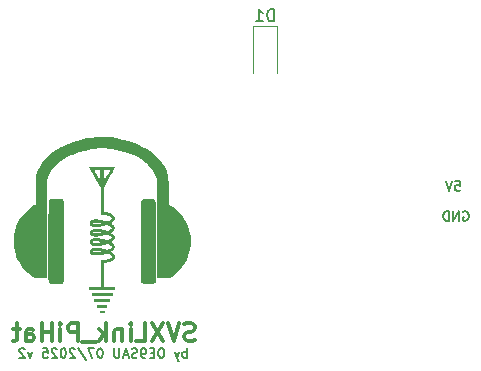
<source format=gbr>
G04 #@! TF.GenerationSoftware,KiCad,Pcbnew,8.0.1*
G04 #@! TF.CreationDate,2025-07-27T10:09:23+02:00*
G04 #@! TF.ProjectId,SVXLink_PiHat_v2,5356584c-696e-46b5-9f50-694861745f76,rev?*
G04 #@! TF.SameCoordinates,Original*
G04 #@! TF.FileFunction,Legend,Bot*
G04 #@! TF.FilePolarity,Positive*
%FSLAX46Y46*%
G04 Gerber Fmt 4.6, Leading zero omitted, Abs format (unit mm)*
G04 Created by KiCad (PCBNEW 8.0.1) date 2025-07-27 10:09:23*
%MOMM*%
%LPD*%
G01*
G04 APERTURE LIST*
%ADD10C,0.200000*%
%ADD11C,0.300000*%
%ADD12C,0.150000*%
%ADD13C,0.120000*%
%ADD14C,0.000000*%
G04 APERTURE END LIST*
D10*
X113177945Y-111241283D02*
X113177945Y-110441283D01*
X113177945Y-110746045D02*
X113101755Y-110707949D01*
X113101755Y-110707949D02*
X112949374Y-110707949D01*
X112949374Y-110707949D02*
X112873183Y-110746045D01*
X112873183Y-110746045D02*
X112835088Y-110784140D01*
X112835088Y-110784140D02*
X112796993Y-110860330D01*
X112796993Y-110860330D02*
X112796993Y-111088902D01*
X112796993Y-111088902D02*
X112835088Y-111165092D01*
X112835088Y-111165092D02*
X112873183Y-111203188D01*
X112873183Y-111203188D02*
X112949374Y-111241283D01*
X112949374Y-111241283D02*
X113101755Y-111241283D01*
X113101755Y-111241283D02*
X113177945Y-111203188D01*
X112530326Y-110707949D02*
X112339850Y-111241283D01*
X112149373Y-110707949D02*
X112339850Y-111241283D01*
X112339850Y-111241283D02*
X112416040Y-111431759D01*
X112416040Y-111431759D02*
X112454135Y-111469854D01*
X112454135Y-111469854D02*
X112530326Y-111507949D01*
X111082706Y-110441283D02*
X110930325Y-110441283D01*
X110930325Y-110441283D02*
X110854135Y-110479378D01*
X110854135Y-110479378D02*
X110777944Y-110555568D01*
X110777944Y-110555568D02*
X110739849Y-110707949D01*
X110739849Y-110707949D02*
X110739849Y-110974616D01*
X110739849Y-110974616D02*
X110777944Y-111126997D01*
X110777944Y-111126997D02*
X110854135Y-111203188D01*
X110854135Y-111203188D02*
X110930325Y-111241283D01*
X110930325Y-111241283D02*
X111082706Y-111241283D01*
X111082706Y-111241283D02*
X111158897Y-111203188D01*
X111158897Y-111203188D02*
X111235087Y-111126997D01*
X111235087Y-111126997D02*
X111273183Y-110974616D01*
X111273183Y-110974616D02*
X111273183Y-110707949D01*
X111273183Y-110707949D02*
X111235087Y-110555568D01*
X111235087Y-110555568D02*
X111158897Y-110479378D01*
X111158897Y-110479378D02*
X111082706Y-110441283D01*
X110396992Y-110822235D02*
X110130326Y-110822235D01*
X110016040Y-111241283D02*
X110396992Y-111241283D01*
X110396992Y-111241283D02*
X110396992Y-110441283D01*
X110396992Y-110441283D02*
X110016040Y-110441283D01*
X109635087Y-111241283D02*
X109482706Y-111241283D01*
X109482706Y-111241283D02*
X109406516Y-111203188D01*
X109406516Y-111203188D02*
X109368420Y-111165092D01*
X109368420Y-111165092D02*
X109292230Y-111050807D01*
X109292230Y-111050807D02*
X109254135Y-110898426D01*
X109254135Y-110898426D02*
X109254135Y-110593664D01*
X109254135Y-110593664D02*
X109292230Y-110517473D01*
X109292230Y-110517473D02*
X109330325Y-110479378D01*
X109330325Y-110479378D02*
X109406516Y-110441283D01*
X109406516Y-110441283D02*
X109558897Y-110441283D01*
X109558897Y-110441283D02*
X109635087Y-110479378D01*
X109635087Y-110479378D02*
X109673182Y-110517473D01*
X109673182Y-110517473D02*
X109711278Y-110593664D01*
X109711278Y-110593664D02*
X109711278Y-110784140D01*
X109711278Y-110784140D02*
X109673182Y-110860330D01*
X109673182Y-110860330D02*
X109635087Y-110898426D01*
X109635087Y-110898426D02*
X109558897Y-110936521D01*
X109558897Y-110936521D02*
X109406516Y-110936521D01*
X109406516Y-110936521D02*
X109330325Y-110898426D01*
X109330325Y-110898426D02*
X109292230Y-110860330D01*
X109292230Y-110860330D02*
X109254135Y-110784140D01*
X108949373Y-111203188D02*
X108835087Y-111241283D01*
X108835087Y-111241283D02*
X108644611Y-111241283D01*
X108644611Y-111241283D02*
X108568420Y-111203188D01*
X108568420Y-111203188D02*
X108530325Y-111165092D01*
X108530325Y-111165092D02*
X108492230Y-111088902D01*
X108492230Y-111088902D02*
X108492230Y-111012711D01*
X108492230Y-111012711D02*
X108530325Y-110936521D01*
X108530325Y-110936521D02*
X108568420Y-110898426D01*
X108568420Y-110898426D02*
X108644611Y-110860330D01*
X108644611Y-110860330D02*
X108796992Y-110822235D01*
X108796992Y-110822235D02*
X108873182Y-110784140D01*
X108873182Y-110784140D02*
X108911277Y-110746045D01*
X108911277Y-110746045D02*
X108949373Y-110669854D01*
X108949373Y-110669854D02*
X108949373Y-110593664D01*
X108949373Y-110593664D02*
X108911277Y-110517473D01*
X108911277Y-110517473D02*
X108873182Y-110479378D01*
X108873182Y-110479378D02*
X108796992Y-110441283D01*
X108796992Y-110441283D02*
X108606515Y-110441283D01*
X108606515Y-110441283D02*
X108492230Y-110479378D01*
X108187468Y-111012711D02*
X107806515Y-111012711D01*
X108263658Y-111241283D02*
X107996991Y-110441283D01*
X107996991Y-110441283D02*
X107730325Y-111241283D01*
X107463658Y-110441283D02*
X107463658Y-111088902D01*
X107463658Y-111088902D02*
X107425563Y-111165092D01*
X107425563Y-111165092D02*
X107387468Y-111203188D01*
X107387468Y-111203188D02*
X107311277Y-111241283D01*
X107311277Y-111241283D02*
X107158896Y-111241283D01*
X107158896Y-111241283D02*
X107082706Y-111203188D01*
X107082706Y-111203188D02*
X107044611Y-111165092D01*
X107044611Y-111165092D02*
X107006515Y-111088902D01*
X107006515Y-111088902D02*
X107006515Y-110441283D01*
X105863658Y-110441283D02*
X105787468Y-110441283D01*
X105787468Y-110441283D02*
X105711277Y-110479378D01*
X105711277Y-110479378D02*
X105673182Y-110517473D01*
X105673182Y-110517473D02*
X105635087Y-110593664D01*
X105635087Y-110593664D02*
X105596992Y-110746045D01*
X105596992Y-110746045D02*
X105596992Y-110936521D01*
X105596992Y-110936521D02*
X105635087Y-111088902D01*
X105635087Y-111088902D02*
X105673182Y-111165092D01*
X105673182Y-111165092D02*
X105711277Y-111203188D01*
X105711277Y-111203188D02*
X105787468Y-111241283D01*
X105787468Y-111241283D02*
X105863658Y-111241283D01*
X105863658Y-111241283D02*
X105939849Y-111203188D01*
X105939849Y-111203188D02*
X105977944Y-111165092D01*
X105977944Y-111165092D02*
X106016039Y-111088902D01*
X106016039Y-111088902D02*
X106054135Y-110936521D01*
X106054135Y-110936521D02*
X106054135Y-110746045D01*
X106054135Y-110746045D02*
X106016039Y-110593664D01*
X106016039Y-110593664D02*
X105977944Y-110517473D01*
X105977944Y-110517473D02*
X105939849Y-110479378D01*
X105939849Y-110479378D02*
X105863658Y-110441283D01*
X105330325Y-110441283D02*
X104796991Y-110441283D01*
X104796991Y-110441283D02*
X105139849Y-111241283D01*
X103920801Y-110403188D02*
X104606515Y-111431759D01*
X103692230Y-110517473D02*
X103654134Y-110479378D01*
X103654134Y-110479378D02*
X103577944Y-110441283D01*
X103577944Y-110441283D02*
X103387468Y-110441283D01*
X103387468Y-110441283D02*
X103311277Y-110479378D01*
X103311277Y-110479378D02*
X103273182Y-110517473D01*
X103273182Y-110517473D02*
X103235087Y-110593664D01*
X103235087Y-110593664D02*
X103235087Y-110669854D01*
X103235087Y-110669854D02*
X103273182Y-110784140D01*
X103273182Y-110784140D02*
X103730325Y-111241283D01*
X103730325Y-111241283D02*
X103235087Y-111241283D01*
X102739848Y-110441283D02*
X102663658Y-110441283D01*
X102663658Y-110441283D02*
X102587467Y-110479378D01*
X102587467Y-110479378D02*
X102549372Y-110517473D01*
X102549372Y-110517473D02*
X102511277Y-110593664D01*
X102511277Y-110593664D02*
X102473182Y-110746045D01*
X102473182Y-110746045D02*
X102473182Y-110936521D01*
X102473182Y-110936521D02*
X102511277Y-111088902D01*
X102511277Y-111088902D02*
X102549372Y-111165092D01*
X102549372Y-111165092D02*
X102587467Y-111203188D01*
X102587467Y-111203188D02*
X102663658Y-111241283D01*
X102663658Y-111241283D02*
X102739848Y-111241283D01*
X102739848Y-111241283D02*
X102816039Y-111203188D01*
X102816039Y-111203188D02*
X102854134Y-111165092D01*
X102854134Y-111165092D02*
X102892229Y-111088902D01*
X102892229Y-111088902D02*
X102930325Y-110936521D01*
X102930325Y-110936521D02*
X102930325Y-110746045D01*
X102930325Y-110746045D02*
X102892229Y-110593664D01*
X102892229Y-110593664D02*
X102854134Y-110517473D01*
X102854134Y-110517473D02*
X102816039Y-110479378D01*
X102816039Y-110479378D02*
X102739848Y-110441283D01*
X102168420Y-110517473D02*
X102130324Y-110479378D01*
X102130324Y-110479378D02*
X102054134Y-110441283D01*
X102054134Y-110441283D02*
X101863658Y-110441283D01*
X101863658Y-110441283D02*
X101787467Y-110479378D01*
X101787467Y-110479378D02*
X101749372Y-110517473D01*
X101749372Y-110517473D02*
X101711277Y-110593664D01*
X101711277Y-110593664D02*
X101711277Y-110669854D01*
X101711277Y-110669854D02*
X101749372Y-110784140D01*
X101749372Y-110784140D02*
X102206515Y-111241283D01*
X102206515Y-111241283D02*
X101711277Y-111241283D01*
X100987467Y-110441283D02*
X101368419Y-110441283D01*
X101368419Y-110441283D02*
X101406515Y-110822235D01*
X101406515Y-110822235D02*
X101368419Y-110784140D01*
X101368419Y-110784140D02*
X101292229Y-110746045D01*
X101292229Y-110746045D02*
X101101753Y-110746045D01*
X101101753Y-110746045D02*
X101025562Y-110784140D01*
X101025562Y-110784140D02*
X100987467Y-110822235D01*
X100987467Y-110822235D02*
X100949372Y-110898426D01*
X100949372Y-110898426D02*
X100949372Y-111088902D01*
X100949372Y-111088902D02*
X100987467Y-111165092D01*
X100987467Y-111165092D02*
X101025562Y-111203188D01*
X101025562Y-111203188D02*
X101101753Y-111241283D01*
X101101753Y-111241283D02*
X101292229Y-111241283D01*
X101292229Y-111241283D02*
X101368419Y-111203188D01*
X101368419Y-111203188D02*
X101406515Y-111165092D01*
X100073181Y-110707949D02*
X99882705Y-111241283D01*
X99882705Y-111241283D02*
X99692228Y-110707949D01*
X99425562Y-110517473D02*
X99387466Y-110479378D01*
X99387466Y-110479378D02*
X99311276Y-110441283D01*
X99311276Y-110441283D02*
X99120800Y-110441283D01*
X99120800Y-110441283D02*
X99044609Y-110479378D01*
X99044609Y-110479378D02*
X99006514Y-110517473D01*
X99006514Y-110517473D02*
X98968419Y-110593664D01*
X98968419Y-110593664D02*
X98968419Y-110669854D01*
X98968419Y-110669854D02*
X99006514Y-110784140D01*
X99006514Y-110784140D02*
X99463657Y-111241283D01*
X99463657Y-111241283D02*
X98968419Y-111241283D01*
X136558898Y-98879790D02*
X136635088Y-98841695D01*
X136635088Y-98841695D02*
X136749374Y-98841695D01*
X136749374Y-98841695D02*
X136863660Y-98879790D01*
X136863660Y-98879790D02*
X136939850Y-98955980D01*
X136939850Y-98955980D02*
X136977945Y-99032171D01*
X136977945Y-99032171D02*
X137016041Y-99184552D01*
X137016041Y-99184552D02*
X137016041Y-99298838D01*
X137016041Y-99298838D02*
X136977945Y-99451219D01*
X136977945Y-99451219D02*
X136939850Y-99527409D01*
X136939850Y-99527409D02*
X136863660Y-99603600D01*
X136863660Y-99603600D02*
X136749374Y-99641695D01*
X136749374Y-99641695D02*
X136673183Y-99641695D01*
X136673183Y-99641695D02*
X136558898Y-99603600D01*
X136558898Y-99603600D02*
X136520802Y-99565504D01*
X136520802Y-99565504D02*
X136520802Y-99298838D01*
X136520802Y-99298838D02*
X136673183Y-99298838D01*
X136177945Y-99641695D02*
X136177945Y-98841695D01*
X136177945Y-98841695D02*
X135720802Y-99641695D01*
X135720802Y-99641695D02*
X135720802Y-98841695D01*
X135339850Y-99641695D02*
X135339850Y-98841695D01*
X135339850Y-98841695D02*
X135149374Y-98841695D01*
X135149374Y-98841695D02*
X135035088Y-98879790D01*
X135035088Y-98879790D02*
X134958898Y-98955980D01*
X134958898Y-98955980D02*
X134920803Y-99032171D01*
X134920803Y-99032171D02*
X134882707Y-99184552D01*
X134882707Y-99184552D02*
X134882707Y-99298838D01*
X134882707Y-99298838D02*
X134920803Y-99451219D01*
X134920803Y-99451219D02*
X134958898Y-99527409D01*
X134958898Y-99527409D02*
X135035088Y-99603600D01*
X135035088Y-99603600D02*
X135149374Y-99641695D01*
X135149374Y-99641695D02*
X135339850Y-99641695D01*
X135896993Y-96291695D02*
X136277945Y-96291695D01*
X136277945Y-96291695D02*
X136316041Y-96672647D01*
X136316041Y-96672647D02*
X136277945Y-96634552D01*
X136277945Y-96634552D02*
X136201755Y-96596457D01*
X136201755Y-96596457D02*
X136011279Y-96596457D01*
X136011279Y-96596457D02*
X135935088Y-96634552D01*
X135935088Y-96634552D02*
X135896993Y-96672647D01*
X135896993Y-96672647D02*
X135858898Y-96748838D01*
X135858898Y-96748838D02*
X135858898Y-96939314D01*
X135858898Y-96939314D02*
X135896993Y-97015504D01*
X135896993Y-97015504D02*
X135935088Y-97053600D01*
X135935088Y-97053600D02*
X136011279Y-97091695D01*
X136011279Y-97091695D02*
X136201755Y-97091695D01*
X136201755Y-97091695D02*
X136277945Y-97053600D01*
X136277945Y-97053600D02*
X136316041Y-97015504D01*
X135630326Y-96291695D02*
X135363659Y-97091695D01*
X135363659Y-97091695D02*
X135096993Y-96291695D01*
D11*
X113826917Y-109729400D02*
X113612632Y-109800828D01*
X113612632Y-109800828D02*
X113255489Y-109800828D01*
X113255489Y-109800828D02*
X113112632Y-109729400D01*
X113112632Y-109729400D02*
X113041203Y-109657971D01*
X113041203Y-109657971D02*
X112969774Y-109515114D01*
X112969774Y-109515114D02*
X112969774Y-109372257D01*
X112969774Y-109372257D02*
X113041203Y-109229400D01*
X113041203Y-109229400D02*
X113112632Y-109157971D01*
X113112632Y-109157971D02*
X113255489Y-109086542D01*
X113255489Y-109086542D02*
X113541203Y-109015114D01*
X113541203Y-109015114D02*
X113684060Y-108943685D01*
X113684060Y-108943685D02*
X113755489Y-108872257D01*
X113755489Y-108872257D02*
X113826917Y-108729400D01*
X113826917Y-108729400D02*
X113826917Y-108586542D01*
X113826917Y-108586542D02*
X113755489Y-108443685D01*
X113755489Y-108443685D02*
X113684060Y-108372257D01*
X113684060Y-108372257D02*
X113541203Y-108300828D01*
X113541203Y-108300828D02*
X113184060Y-108300828D01*
X113184060Y-108300828D02*
X112969774Y-108372257D01*
X112541203Y-108300828D02*
X112041203Y-109800828D01*
X112041203Y-109800828D02*
X111541203Y-108300828D01*
X111184061Y-108300828D02*
X110184061Y-109800828D01*
X110184061Y-108300828D02*
X111184061Y-109800828D01*
X108898347Y-109800828D02*
X109612633Y-109800828D01*
X109612633Y-109800828D02*
X109612633Y-108300828D01*
X108398347Y-109800828D02*
X108398347Y-108800828D01*
X108398347Y-108300828D02*
X108469775Y-108372257D01*
X108469775Y-108372257D02*
X108398347Y-108443685D01*
X108398347Y-108443685D02*
X108326918Y-108372257D01*
X108326918Y-108372257D02*
X108398347Y-108300828D01*
X108398347Y-108300828D02*
X108398347Y-108443685D01*
X107684061Y-108800828D02*
X107684061Y-109800828D01*
X107684061Y-108943685D02*
X107612632Y-108872257D01*
X107612632Y-108872257D02*
X107469775Y-108800828D01*
X107469775Y-108800828D02*
X107255489Y-108800828D01*
X107255489Y-108800828D02*
X107112632Y-108872257D01*
X107112632Y-108872257D02*
X107041204Y-109015114D01*
X107041204Y-109015114D02*
X107041204Y-109800828D01*
X106326918Y-109800828D02*
X106326918Y-108300828D01*
X106184061Y-109229400D02*
X105755489Y-109800828D01*
X105755489Y-108800828D02*
X106326918Y-109372257D01*
X105469775Y-109943685D02*
X104326917Y-109943685D01*
X103969775Y-109800828D02*
X103969775Y-108300828D01*
X103969775Y-108300828D02*
X103398346Y-108300828D01*
X103398346Y-108300828D02*
X103255489Y-108372257D01*
X103255489Y-108372257D02*
X103184060Y-108443685D01*
X103184060Y-108443685D02*
X103112632Y-108586542D01*
X103112632Y-108586542D02*
X103112632Y-108800828D01*
X103112632Y-108800828D02*
X103184060Y-108943685D01*
X103184060Y-108943685D02*
X103255489Y-109015114D01*
X103255489Y-109015114D02*
X103398346Y-109086542D01*
X103398346Y-109086542D02*
X103969775Y-109086542D01*
X102469775Y-109800828D02*
X102469775Y-108800828D01*
X102469775Y-108300828D02*
X102541203Y-108372257D01*
X102541203Y-108372257D02*
X102469775Y-108443685D01*
X102469775Y-108443685D02*
X102398346Y-108372257D01*
X102398346Y-108372257D02*
X102469775Y-108300828D01*
X102469775Y-108300828D02*
X102469775Y-108443685D01*
X101755489Y-109800828D02*
X101755489Y-108300828D01*
X101755489Y-109015114D02*
X100898346Y-109015114D01*
X100898346Y-109800828D02*
X100898346Y-108300828D01*
X99541203Y-109800828D02*
X99541203Y-109015114D01*
X99541203Y-109015114D02*
X99612631Y-108872257D01*
X99612631Y-108872257D02*
X99755488Y-108800828D01*
X99755488Y-108800828D02*
X100041203Y-108800828D01*
X100041203Y-108800828D02*
X100184060Y-108872257D01*
X99541203Y-109729400D02*
X99684060Y-109800828D01*
X99684060Y-109800828D02*
X100041203Y-109800828D01*
X100041203Y-109800828D02*
X100184060Y-109729400D01*
X100184060Y-109729400D02*
X100255488Y-109586542D01*
X100255488Y-109586542D02*
X100255488Y-109443685D01*
X100255488Y-109443685D02*
X100184060Y-109300828D01*
X100184060Y-109300828D02*
X100041203Y-109229400D01*
X100041203Y-109229400D02*
X99684060Y-109229400D01*
X99684060Y-109229400D02*
X99541203Y-109157971D01*
X99041202Y-108800828D02*
X98469774Y-108800828D01*
X98826917Y-108300828D02*
X98826917Y-109586542D01*
X98826917Y-109586542D02*
X98755488Y-109729400D01*
X98755488Y-109729400D02*
X98612631Y-109800828D01*
X98612631Y-109800828D02*
X98469774Y-109800828D01*
D12*
X120533494Y-82739419D02*
X120533494Y-81739419D01*
X120533494Y-81739419D02*
X120295399Y-81739419D01*
X120295399Y-81739419D02*
X120152542Y-81787038D01*
X120152542Y-81787038D02*
X120057304Y-81882276D01*
X120057304Y-81882276D02*
X120009685Y-81977514D01*
X120009685Y-81977514D02*
X119962066Y-82167990D01*
X119962066Y-82167990D02*
X119962066Y-82310847D01*
X119962066Y-82310847D02*
X120009685Y-82501323D01*
X120009685Y-82501323D02*
X120057304Y-82596561D01*
X120057304Y-82596561D02*
X120152542Y-82691800D01*
X120152542Y-82691800D02*
X120295399Y-82739419D01*
X120295399Y-82739419D02*
X120533494Y-82739419D01*
X119009685Y-82739419D02*
X119581113Y-82739419D01*
X119295399Y-82739419D02*
X119295399Y-81739419D01*
X119295399Y-81739419D02*
X119390637Y-81882276D01*
X119390637Y-81882276D02*
X119485875Y-81977514D01*
X119485875Y-81977514D02*
X119581113Y-82025133D01*
D13*
X118795400Y-87157500D02*
X118795400Y-83147500D01*
X120795400Y-83147500D02*
X118795400Y-83147500D01*
X120795400Y-87157500D02*
X120795400Y-83147500D01*
D14*
G36*
X106236594Y-107368197D02*
G01*
X106236594Y-107486493D01*
X106008450Y-107486493D01*
X105780306Y-107486493D01*
X105780306Y-107368197D01*
X105780306Y-107249900D01*
X106008450Y-107249900D01*
X106236594Y-107249900D01*
X106236594Y-107368197D01*
G37*
G36*
X106659082Y-106371124D02*
G01*
X106659082Y-106506717D01*
X106004225Y-106502294D01*
X105349368Y-106497871D01*
X105349368Y-106371124D01*
X105349368Y-106244378D01*
X106004225Y-106239954D01*
X106659082Y-106235531D01*
X106659082Y-106371124D01*
G37*
G36*
X106422636Y-106780643D02*
G01*
X106423303Y-106798624D01*
X106427217Y-106848922D01*
X106433439Y-106907684D01*
X106444096Y-106996407D01*
X106010064Y-106996407D01*
X105576031Y-106996407D01*
X105580996Y-106873885D01*
X105585962Y-106751364D01*
X106004225Y-106746843D01*
X106422489Y-106742323D01*
X106422636Y-106780643D01*
G37*
G36*
X106892364Y-105853796D02*
G01*
X106893695Y-105897782D01*
X106892613Y-105947780D01*
X106888611Y-105976470D01*
X106888179Y-105977331D01*
X106880007Y-105982432D01*
X106860746Y-105986654D01*
X106827874Y-105990052D01*
X106778867Y-105992679D01*
X106711202Y-105994589D01*
X106622356Y-105995836D01*
X106509805Y-105996473D01*
X106371027Y-105996554D01*
X106203499Y-105996132D01*
X106004697Y-105995262D01*
X105129674Y-105990885D01*
X105129674Y-105872588D01*
X105129674Y-105754291D01*
X106008450Y-105754291D01*
X106887226Y-105754291D01*
X106892364Y-105853796D01*
G37*
G36*
X110103891Y-97770104D02*
G01*
X110175590Y-97771634D01*
X110228363Y-97774692D01*
X110267442Y-97779771D01*
X110298062Y-97787365D01*
X110325454Y-97797967D01*
X110354851Y-97812069D01*
X110441818Y-97872610D01*
X110508088Y-97954869D01*
X110547101Y-98051219D01*
X110547124Y-98051319D01*
X110548677Y-98075226D01*
X110550181Y-98131365D01*
X110551627Y-98218192D01*
X110553009Y-98334160D01*
X110554320Y-98477725D01*
X110555553Y-98647342D01*
X110556701Y-98841466D01*
X110557758Y-99058551D01*
X110558717Y-99297054D01*
X110559571Y-99555428D01*
X110560312Y-99832129D01*
X110560935Y-100125612D01*
X110561432Y-100434332D01*
X110561796Y-100756743D01*
X110562021Y-101091301D01*
X110562100Y-101436460D01*
X110562101Y-101593567D01*
X110562088Y-101974910D01*
X110562044Y-102324426D01*
X110561956Y-102643534D01*
X110561811Y-102933654D01*
X110561595Y-103196206D01*
X110561296Y-103432609D01*
X110560900Y-103644284D01*
X110560394Y-103832649D01*
X110559765Y-103999126D01*
X110559001Y-104145133D01*
X110558086Y-104272090D01*
X110557009Y-104381417D01*
X110555757Y-104474534D01*
X110554315Y-104552861D01*
X110552672Y-104617816D01*
X110550814Y-104670821D01*
X110548727Y-104713295D01*
X110546398Y-104746657D01*
X110543815Y-104772328D01*
X110540965Y-104791727D01*
X110537833Y-104806273D01*
X110534407Y-104817387D01*
X110530674Y-104826489D01*
X110495450Y-104884166D01*
X110424853Y-104946261D01*
X110332264Y-104983999D01*
X110321176Y-104985938D01*
X110273118Y-104990111D01*
X110199625Y-104993450D01*
X110106605Y-104995786D01*
X109999962Y-104996951D01*
X109885604Y-104996775D01*
X109504075Y-104993812D01*
X109434909Y-104948003D01*
X109418939Y-104936706D01*
X109363700Y-104889434D01*
X109318242Y-104839918D01*
X109304382Y-104820963D01*
X109288518Y-104793556D01*
X109277630Y-104761502D01*
X109270154Y-104717519D01*
X109264529Y-104654324D01*
X109259192Y-104564636D01*
X109257974Y-104534242D01*
X109256296Y-104463963D01*
X109254747Y-104364937D01*
X109253326Y-104239182D01*
X109252032Y-104088715D01*
X109250865Y-103915555D01*
X109249822Y-103721718D01*
X109248902Y-103509223D01*
X109248106Y-103280086D01*
X109247430Y-103036326D01*
X109246875Y-102779960D01*
X109246440Y-102513005D01*
X109246122Y-102237480D01*
X109245921Y-101955402D01*
X109245836Y-101668788D01*
X109245866Y-101379656D01*
X109246009Y-101090024D01*
X109246265Y-100801909D01*
X109246632Y-100517329D01*
X109247109Y-100238302D01*
X109247695Y-99966845D01*
X109248390Y-99704975D01*
X109249191Y-99454711D01*
X109250097Y-99218070D01*
X109251109Y-98997069D01*
X109252224Y-98793726D01*
X109253441Y-98610059D01*
X109254759Y-98448085D01*
X109256177Y-98309822D01*
X109257695Y-98197288D01*
X109259310Y-98112500D01*
X109261022Y-98057476D01*
X109262829Y-98034233D01*
X109287591Y-97977728D01*
X109338624Y-97907302D01*
X109403610Y-97844731D01*
X109472855Y-97800790D01*
X109493287Y-97792494D01*
X109523317Y-97784121D01*
X109562080Y-97778054D01*
X109614586Y-97773934D01*
X109685850Y-97771398D01*
X109780883Y-97770085D01*
X109904699Y-97769632D01*
X110008034Y-97769609D01*
X110103891Y-97770104D01*
G37*
G36*
X101988845Y-97788338D02*
G01*
X102132202Y-97789690D01*
X102195891Y-97790318D01*
X102326249Y-97791731D01*
X102428313Y-97793272D01*
X102505964Y-97795258D01*
X102563086Y-97798009D01*
X102603560Y-97801844D01*
X102631271Y-97807080D01*
X102650099Y-97814038D01*
X102663929Y-97823036D01*
X102676642Y-97834393D01*
X102686358Y-97844930D01*
X102717204Y-97896370D01*
X102739765Y-97960888D01*
X102742170Y-97977091D01*
X102744570Y-98008350D01*
X102746772Y-98055017D01*
X102748783Y-98118240D01*
X102750609Y-98199168D01*
X102752259Y-98298953D01*
X102753738Y-98418742D01*
X102755055Y-98559686D01*
X102756215Y-98722933D01*
X102757227Y-98909635D01*
X102758097Y-99120939D01*
X102758832Y-99357996D01*
X102759440Y-99621954D01*
X102759926Y-99913964D01*
X102760300Y-100235176D01*
X102760567Y-100586737D01*
X102760734Y-100969799D01*
X102760810Y-101385510D01*
X102760824Y-101653466D01*
X102760816Y-102027741D01*
X102760764Y-102370565D01*
X102760655Y-102683346D01*
X102760478Y-102967491D01*
X102760221Y-103224410D01*
X102759871Y-103455510D01*
X102759417Y-103662199D01*
X102758847Y-103845886D01*
X102758149Y-104007979D01*
X102757312Y-104149885D01*
X102756322Y-104273013D01*
X102755169Y-104378771D01*
X102753840Y-104468567D01*
X102752324Y-104543809D01*
X102750608Y-104605906D01*
X102748681Y-104656265D01*
X102746531Y-104696295D01*
X102744146Y-104727403D01*
X102741513Y-104750999D01*
X102738622Y-104768489D01*
X102735460Y-104781282D01*
X102732015Y-104790787D01*
X102704114Y-104845492D01*
X102643636Y-104918201D01*
X102560945Y-104970895D01*
X102546913Y-104977097D01*
X102521618Y-104985686D01*
X102490629Y-104991968D01*
X102449264Y-104996215D01*
X102392839Y-104998696D01*
X102316672Y-104999680D01*
X102216078Y-104999438D01*
X102086376Y-104998240D01*
X101679405Y-104993812D01*
X101597820Y-104943113D01*
X101596925Y-104942556D01*
X101528468Y-104887791D01*
X101481764Y-104825748D01*
X101479779Y-104821877D01*
X101475894Y-104813576D01*
X101472334Y-104803793D01*
X101469088Y-104791123D01*
X101466144Y-104774162D01*
X101463489Y-104751504D01*
X101461110Y-104721744D01*
X101458997Y-104683476D01*
X101457136Y-104635297D01*
X101455515Y-104575800D01*
X101454123Y-104503580D01*
X101452947Y-104417233D01*
X101451975Y-104315354D01*
X101451194Y-104196536D01*
X101450593Y-104059376D01*
X101450159Y-103902468D01*
X101449880Y-103724407D01*
X101449744Y-103523787D01*
X101449739Y-103299205D01*
X101449852Y-103049253D01*
X101450071Y-102772529D01*
X101450385Y-102467625D01*
X101450780Y-102133138D01*
X101451245Y-101767663D01*
X101451768Y-101369793D01*
X101452245Y-100984455D01*
X101452664Y-100611600D01*
X101453044Y-100269858D01*
X101453433Y-99957851D01*
X101453876Y-99674204D01*
X101454421Y-99417540D01*
X101455113Y-99186484D01*
X101456000Y-98979659D01*
X101457127Y-98795690D01*
X101458542Y-98633199D01*
X101460291Y-98490812D01*
X101462420Y-98367152D01*
X101464976Y-98260842D01*
X101468005Y-98170507D01*
X101471555Y-98094770D01*
X101475670Y-98032256D01*
X101480399Y-97981588D01*
X101485787Y-97941391D01*
X101491881Y-97910287D01*
X101498727Y-97886902D01*
X101506373Y-97869858D01*
X101514864Y-97857780D01*
X101524247Y-97849292D01*
X101534568Y-97843017D01*
X101545875Y-97837579D01*
X101558213Y-97831603D01*
X101571629Y-97823712D01*
X101578773Y-97818986D01*
X101595727Y-97808858D01*
X101614484Y-97801015D01*
X101639043Y-97795213D01*
X101673404Y-97791211D01*
X101721565Y-97788765D01*
X101787526Y-97787633D01*
X101875286Y-97787571D01*
X101988845Y-97788338D01*
G37*
G36*
X106049320Y-92533134D02*
G01*
X106230577Y-92537260D01*
X106409123Y-92544112D01*
X106577451Y-92553508D01*
X106728054Y-92565268D01*
X106853427Y-92579212D01*
X107295126Y-92652357D01*
X107782891Y-92764369D01*
X108268175Y-92909084D01*
X108752965Y-93087033D01*
X108915148Y-93153736D01*
X109165198Y-93262755D01*
X109407065Y-93375517D01*
X109634601Y-93489021D01*
X109841659Y-93600268D01*
X110022089Y-93706258D01*
X110115597Y-93767401D01*
X110298453Y-93903114D01*
X110483774Y-94059953D01*
X110664495Y-94231410D01*
X110833550Y-94410978D01*
X110983875Y-94592149D01*
X111084657Y-94731628D01*
X111195111Y-94904288D01*
X111298058Y-95085510D01*
X111389264Y-95267320D01*
X111464494Y-95441742D01*
X111519511Y-95600801D01*
X111523797Y-95615423D01*
X111541922Y-95676990D01*
X111557524Y-95731168D01*
X111570805Y-95780901D01*
X111581968Y-95829130D01*
X111591215Y-95878796D01*
X111598750Y-95932842D01*
X111604776Y-95994209D01*
X111609494Y-96065839D01*
X111613108Y-96150674D01*
X111615820Y-96251656D01*
X111617834Y-96371726D01*
X111619352Y-96513827D01*
X111620576Y-96680900D01*
X111621710Y-96875887D01*
X111622956Y-97101730D01*
X111629359Y-98233998D01*
X111815474Y-98349845D01*
X112008855Y-98479713D01*
X112260054Y-98678070D01*
X112493095Y-98896895D01*
X112700570Y-99129660D01*
X112742442Y-99182385D01*
X112941379Y-99464036D01*
X113110307Y-99758618D01*
X113249186Y-100064017D01*
X113357978Y-100378123D01*
X113436643Y-100698823D01*
X113485142Y-101024006D01*
X113503435Y-101351560D01*
X113491485Y-101679373D01*
X113449250Y-102005333D01*
X113376692Y-102327328D01*
X113273772Y-102643247D01*
X113140450Y-102950978D01*
X112976687Y-103248408D01*
X112782444Y-103533427D01*
X112782384Y-103533507D01*
X112595161Y-103761802D01*
X112389296Y-103973094D01*
X112159776Y-104172107D01*
X111901588Y-104363565D01*
X111737392Y-104476897D01*
X111193133Y-104477637D01*
X110648874Y-104478376D01*
X110643291Y-100299966D01*
X110637707Y-96121557D01*
X110601245Y-96003260D01*
X110584221Y-95949925D01*
X110513877Y-95762818D01*
X110428977Y-95586298D01*
X110326306Y-95415393D01*
X110202648Y-95245126D01*
X110054788Y-95070524D01*
X109879511Y-94886612D01*
X109848752Y-94855995D01*
X109711857Y-94724716D01*
X109581811Y-94609868D01*
X109453648Y-94508418D01*
X109322403Y-94417334D01*
X109183108Y-94333583D01*
X109030799Y-94254131D01*
X108860508Y-94175947D01*
X108667270Y-94095998D01*
X108446119Y-94011250D01*
X108183471Y-93916623D01*
X107837783Y-93803207D01*
X107509973Y-93709841D01*
X107195361Y-93635578D01*
X106889268Y-93579468D01*
X106587014Y-93540564D01*
X106283918Y-93517917D01*
X105975302Y-93510578D01*
X105915634Y-93510829D01*
X105685852Y-93517101D01*
X105464231Y-93532585D01*
X105243023Y-93558316D01*
X105014479Y-93595332D01*
X104770852Y-93644669D01*
X104504392Y-93707363D01*
X104466786Y-93716946D01*
X104330021Y-93754785D01*
X104175382Y-93801326D01*
X104008474Y-93854592D01*
X103834899Y-93912606D01*
X103660261Y-93973392D01*
X103490161Y-94034972D01*
X103330204Y-94095369D01*
X103185992Y-94152608D01*
X103063128Y-94204711D01*
X102967214Y-94249701D01*
X102744785Y-94376534D01*
X102514979Y-94536541D01*
X102288801Y-94722986D01*
X102070859Y-94932361D01*
X101994681Y-95013024D01*
X101825082Y-95209784D01*
X101683585Y-95402575D01*
X101567296Y-95596010D01*
X101473318Y-95794700D01*
X101398759Y-96003260D01*
X101362551Y-96121557D01*
X101356725Y-100299966D01*
X101350899Y-104478376D01*
X100812828Y-104478376D01*
X100274757Y-104478376D01*
X100125037Y-104379780D01*
X99957639Y-104263041D01*
X99686266Y-104042377D01*
X99439869Y-103799609D01*
X99219356Y-103535766D01*
X99025638Y-103251876D01*
X98859625Y-102948968D01*
X98811294Y-102846723D01*
X98729624Y-102654333D01*
X98663253Y-102465656D01*
X98607005Y-102266711D01*
X98590887Y-102200489D01*
X98529013Y-101862902D01*
X98499946Y-101524324D01*
X98503048Y-101186962D01*
X98537682Y-100853020D01*
X98603211Y-100524702D01*
X98698998Y-100204215D01*
X98824407Y-99893762D01*
X98978800Y-99595548D01*
X99161540Y-99311779D01*
X99371991Y-99044660D01*
X99609516Y-98796394D01*
X99697029Y-98716320D01*
X99822728Y-98609578D01*
X99952739Y-98507304D01*
X100080261Y-98414597D01*
X100198493Y-98336557D01*
X100300632Y-98278282D01*
X100372455Y-98241761D01*
X100372455Y-97195556D01*
X100372457Y-97178243D01*
X100372813Y-96948397D01*
X100373770Y-96738917D01*
X100375299Y-96551721D01*
X100377371Y-96388727D01*
X100379955Y-96251855D01*
X100383024Y-96143024D01*
X100386546Y-96064152D01*
X100390494Y-96017157D01*
X100411470Y-95888609D01*
X100482029Y-95604772D01*
X100585001Y-95323754D01*
X100719431Y-95047390D01*
X100884364Y-94777517D01*
X101078847Y-94515971D01*
X101301923Y-94264586D01*
X101328635Y-94237150D01*
X101492356Y-94079834D01*
X101663963Y-93934146D01*
X101847709Y-93797277D01*
X102047843Y-93666417D01*
X102268617Y-93538757D01*
X102514282Y-93411488D01*
X102789089Y-93281801D01*
X102963390Y-93204500D01*
X103390427Y-93030595D01*
X103807062Y-92884075D01*
X104218019Y-92763641D01*
X104628024Y-92667993D01*
X105041804Y-92595829D01*
X105464084Y-92545851D01*
X105564349Y-92538905D01*
X105708700Y-92533776D01*
X105872859Y-92531912D01*
X106049320Y-92533134D01*
G37*
G36*
X106951619Y-95380831D02*
G01*
X106899767Y-95476137D01*
X106837602Y-95590160D01*
X106767344Y-95718835D01*
X106691212Y-95858095D01*
X106611425Y-96003875D01*
X106530202Y-96152108D01*
X106152096Y-96841741D01*
X106152096Y-97861377D01*
X106152015Y-98039372D01*
X106151859Y-98227466D01*
X106151916Y-98386246D01*
X106152480Y-98518177D01*
X106153843Y-98625720D01*
X106156300Y-98711340D01*
X106160143Y-98777499D01*
X106165666Y-98826660D01*
X106173162Y-98861287D01*
X106182924Y-98883842D01*
X106195246Y-98896788D01*
X106210421Y-98902590D01*
X106228743Y-98903709D01*
X106250505Y-98902608D01*
X106276000Y-98901752D01*
X106293967Y-98902224D01*
X106380849Y-98911572D01*
X106484065Y-98930775D01*
X106591863Y-98957050D01*
X106692491Y-98987616D01*
X106774195Y-99019691D01*
X106859765Y-99064967D01*
X106952889Y-99134925D01*
X107016535Y-99215223D01*
X107053023Y-99309054D01*
X107064671Y-99419609D01*
X107064588Y-99431224D01*
X107058643Y-99501941D01*
X107040310Y-99561804D01*
X107005404Y-99617808D01*
X106949734Y-99676946D01*
X106869113Y-99746215D01*
X106868722Y-99746533D01*
X106815656Y-99790058D01*
X106785431Y-99817799D01*
X106774655Y-99835225D01*
X106777877Y-99842905D01*
X106779932Y-99847803D01*
X106797869Y-99861002D01*
X106813465Y-99872122D01*
X106862377Y-99912830D01*
X106917657Y-99964593D01*
X106971197Y-100019268D01*
X107014889Y-100068712D01*
X107040624Y-100104783D01*
X107041902Y-100107294D01*
X107058481Y-100165291D01*
X107063830Y-100238651D01*
X107057939Y-100311743D01*
X107040797Y-100368936D01*
X107022862Y-100395688D01*
X106980471Y-100444563D01*
X106924730Y-100500360D01*
X106863531Y-100555300D01*
X106804766Y-100601601D01*
X106756106Y-100636503D01*
X106776843Y-100652795D01*
X106861656Y-100719428D01*
X106887188Y-100739927D01*
X106969801Y-100815942D01*
X107024713Y-100887067D01*
X107055233Y-100958452D01*
X107064671Y-101035244D01*
X107058014Y-101099259D01*
X107025361Y-101184536D01*
X106963563Y-101268071D01*
X106870496Y-101353346D01*
X106867015Y-101356130D01*
X106821748Y-101393552D01*
X106789674Y-101422275D01*
X106777543Y-101436280D01*
X106777583Y-101436338D01*
X106781332Y-101441818D01*
X106804779Y-101466279D01*
X106844887Y-101504775D01*
X106896116Y-101551906D01*
X106920993Y-101574944D01*
X106973995Y-101627791D01*
X107016101Y-101674814D01*
X107039896Y-101707964D01*
X107056682Y-101756029D01*
X107066000Y-101831567D01*
X107061435Y-101908072D01*
X107042811Y-101969733D01*
X107036777Y-101980150D01*
X106998141Y-102030497D01*
X106942446Y-102089005D01*
X106878397Y-102147039D01*
X106814699Y-102195965D01*
X106763409Y-102231073D01*
X106759072Y-102234042D01*
X106831599Y-102280126D01*
X106849001Y-102291725D01*
X106929175Y-102358950D01*
X106997460Y-102437713D01*
X107043802Y-102516801D01*
X107059718Y-102570332D01*
X107068119Y-102662095D01*
X107059682Y-102757768D01*
X107034814Y-102842594D01*
X107003491Y-102900920D01*
X106924104Y-102993745D01*
X106816209Y-103069092D01*
X106680191Y-103126773D01*
X106516432Y-103166603D01*
X106325316Y-103188392D01*
X106152096Y-103199148D01*
X106152096Y-104219002D01*
X106152096Y-105238855D01*
X106633733Y-105238855D01*
X107115370Y-105238855D01*
X107115370Y-105365602D01*
X107115370Y-105492348D01*
X106000000Y-105492348D01*
X104884631Y-105492348D01*
X104884631Y-105365602D01*
X104884631Y-105238855D01*
X105383167Y-105238855D01*
X105881704Y-105238855D01*
X105881704Y-104091418D01*
X105881704Y-102943981D01*
X106114072Y-102932640D01*
X106205365Y-102927656D01*
X106329198Y-102918225D01*
X106428571Y-102906268D01*
X106509245Y-102890828D01*
X106576984Y-102870946D01*
X106637550Y-102845666D01*
X106686887Y-102817259D01*
X106749057Y-102763097D01*
X106789904Y-102702238D01*
X106805892Y-102640613D01*
X106793486Y-102584147D01*
X106781448Y-102567336D01*
X106736960Y-102527956D01*
X106673723Y-102487078D01*
X106600923Y-102450270D01*
X106527745Y-102423098D01*
X106509582Y-102417894D01*
X106476891Y-102410130D01*
X106445636Y-102407152D01*
X106408978Y-102409667D01*
X106360079Y-102418384D01*
X106292101Y-102434013D01*
X106198204Y-102457262D01*
X105959022Y-102511353D01*
X105742290Y-102547829D01*
X105552196Y-102565494D01*
X105388034Y-102564382D01*
X105249098Y-102544524D01*
X105134679Y-102505954D01*
X105056748Y-102463009D01*
X104993443Y-102407418D01*
X104955962Y-102340785D01*
X104940015Y-102257636D01*
X104940363Y-102235927D01*
X105207438Y-102235927D01*
X105221633Y-102259743D01*
X105268064Y-102280263D01*
X105285563Y-102284353D01*
X105345393Y-102292158D01*
X105420663Y-102295946D01*
X105505903Y-102296131D01*
X105595642Y-102293123D01*
X105684408Y-102287334D01*
X105766730Y-102279176D01*
X105837139Y-102269059D01*
X105890163Y-102257395D01*
X105920331Y-102244596D01*
X105922172Y-102231073D01*
X105912703Y-102225038D01*
X105869853Y-102212267D01*
X105803049Y-102201242D01*
X105719127Y-102192359D01*
X105624921Y-102186014D01*
X105527265Y-102182604D01*
X105432995Y-102182525D01*
X105348946Y-102186173D01*
X105281952Y-102193945D01*
X105272974Y-102195682D01*
X105224783Y-102213134D01*
X105207438Y-102235927D01*
X104940363Y-102235927D01*
X104940900Y-102202494D01*
X104966669Y-102113637D01*
X105022657Y-102038230D01*
X105107919Y-101977365D01*
X105221513Y-101932135D01*
X105257469Y-101922986D01*
X105307724Y-101915025D01*
X105368425Y-101911335D01*
X105447310Y-101911520D01*
X105552115Y-101915183D01*
X105624560Y-101919237D01*
X105779832Y-101934801D01*
X105935229Y-101960909D01*
X106100623Y-101999403D01*
X106285881Y-102052124D01*
X106428116Y-102095443D01*
X106522475Y-102052268D01*
X106565741Y-102031537D01*
X106645607Y-101988434D01*
X106714991Y-101944981D01*
X106767001Y-101905664D01*
X106794748Y-101874970D01*
X106801959Y-101854194D01*
X106800909Y-101818052D01*
X106799978Y-101816039D01*
X106776962Y-101791029D01*
X106732555Y-101756010D01*
X106674440Y-101716030D01*
X106610300Y-101676138D01*
X106547818Y-101641384D01*
X106494678Y-101616816D01*
X106493003Y-101616167D01*
X106462686Y-101605317D01*
X106435632Y-101599872D01*
X106404701Y-101600646D01*
X106362751Y-101608452D01*
X106302640Y-101624104D01*
X106217226Y-101648415D01*
X106059696Y-101690072D01*
X105857746Y-101731921D01*
X105670240Y-101757334D01*
X105499408Y-101766448D01*
X105347478Y-101759399D01*
X105216680Y-101736323D01*
X105109240Y-101697357D01*
X105027389Y-101642638D01*
X104973354Y-101572300D01*
X104970433Y-101566383D01*
X104940577Y-101473226D01*
X104940580Y-101429276D01*
X105206090Y-101429276D01*
X105214187Y-101450821D01*
X105252196Y-101472521D01*
X105276191Y-101478537D01*
X105331159Y-101486136D01*
X105403714Y-101492325D01*
X105484564Y-101496159D01*
X105558645Y-101497259D01*
X105670684Y-101494496D01*
X105764579Y-101486462D01*
X105836450Y-101473718D01*
X105882418Y-101456823D01*
X105898603Y-101436338D01*
X105886028Y-101425306D01*
X105844430Y-101411316D01*
X105778607Y-101396778D01*
X105693591Y-101382782D01*
X105594411Y-101370417D01*
X105568778Y-101367992D01*
X105478733Y-101364336D01*
X105395363Y-101367768D01*
X105322541Y-101377134D01*
X105264140Y-101391278D01*
X105224032Y-101409044D01*
X105206090Y-101429276D01*
X104940580Y-101429276D01*
X104940584Y-101383347D01*
X104970519Y-101302898D01*
X104988702Y-101275057D01*
X105033395Y-101224047D01*
X105091071Y-101183571D01*
X105171923Y-101145673D01*
X105180166Y-101142341D01*
X105223147Y-101127187D01*
X105266803Y-101117255D01*
X105319408Y-101111578D01*
X105389238Y-101109189D01*
X105484564Y-101109121D01*
X105572297Y-101111057D01*
X105773511Y-101127328D01*
X105971034Y-101161791D01*
X106179254Y-101216674D01*
X106183291Y-101217888D01*
X106293749Y-101247818D01*
X106381718Y-101263111D01*
X106454877Y-101263874D01*
X106520903Y-101250209D01*
X106587473Y-101222222D01*
X106646689Y-101188629D01*
X106708423Y-101146554D01*
X106760962Y-101104009D01*
X106797487Y-101066555D01*
X106811178Y-101039755D01*
X106810592Y-101034263D01*
X106790503Y-101000262D01*
X106746999Y-100959976D01*
X106687157Y-100917602D01*
X106618051Y-100877337D01*
X106546757Y-100843380D01*
X106480348Y-100819928D01*
X106425901Y-100811177D01*
X106399336Y-100813313D01*
X106339580Y-100823366D01*
X106264597Y-100839783D01*
X106184601Y-100860477D01*
X105941552Y-100921118D01*
X105720892Y-100960389D01*
X105525626Y-100977452D01*
X105355774Y-100972307D01*
X105211358Y-100944954D01*
X105092399Y-100895392D01*
X105069826Y-100881293D01*
X104997530Y-100813764D01*
X104951486Y-100729908D01*
X104935694Y-100637854D01*
X105208256Y-100637854D01*
X105219717Y-100660906D01*
X105264328Y-100685293D01*
X105272166Y-100688183D01*
X105328147Y-100699486D01*
X105407028Y-100706110D01*
X105500031Y-100708047D01*
X105598380Y-100705290D01*
X105693296Y-100697834D01*
X105776001Y-100685672D01*
X105814508Y-100677794D01*
X105866077Y-100664736D01*
X105889039Y-100652795D01*
X105886616Y-100639622D01*
X105862027Y-100622865D01*
X105859891Y-100621792D01*
X105823603Y-100612779D01*
X105762008Y-100605185D01*
X105682480Y-100599194D01*
X105592392Y-100594991D01*
X105499115Y-100592761D01*
X105410023Y-100592691D01*
X105332487Y-100594964D01*
X105273881Y-100599767D01*
X105241576Y-100607283D01*
X105229436Y-100614393D01*
X105208256Y-100637854D01*
X104935694Y-100637854D01*
X104935330Y-100635735D01*
X104939345Y-100590666D01*
X104970586Y-100507898D01*
X105030631Y-100436786D01*
X105116910Y-100379293D01*
X105226854Y-100337383D01*
X105357894Y-100313016D01*
X105379851Y-100311060D01*
X105496664Y-100309349D01*
X105635303Y-100318587D01*
X105787865Y-100337628D01*
X105946448Y-100365330D01*
X106103148Y-100400549D01*
X106250064Y-100442140D01*
X106300674Y-100457940D01*
X106360770Y-100474555D01*
X106403192Y-100481682D01*
X106436625Y-100480508D01*
X106469758Y-100472225D01*
X106494586Y-100463472D01*
X106563896Y-100432254D01*
X106635364Y-100392275D01*
X106702409Y-100348091D01*
X106758448Y-100304259D01*
X106796898Y-100265335D01*
X106811178Y-100235876D01*
X106808004Y-100223642D01*
X106781454Y-100189718D01*
X106733720Y-100149394D01*
X106671789Y-100106905D01*
X106602651Y-100066486D01*
X106533296Y-100032373D01*
X106470713Y-100008799D01*
X106421891Y-100000000D01*
X106403055Y-100001589D01*
X106349829Y-100011482D01*
X106280321Y-100028425D01*
X106204668Y-100050080D01*
X106133450Y-100071469D01*
X105988539Y-100110119D01*
X105856516Y-100136992D01*
X105725303Y-100154307D01*
X105582820Y-100164283D01*
X105531563Y-100166159D01*
X105373654Y-100163874D01*
X105243384Y-100147442D01*
X105138064Y-100116144D01*
X105055005Y-100069260D01*
X104991518Y-100006070D01*
X104980846Y-99991567D01*
X104957826Y-99950661D01*
X104946931Y-99904883D01*
X104944268Y-99844489D01*
X105208531Y-99844489D01*
X105231903Y-99868206D01*
X105281952Y-99884697D01*
X105322914Y-99889131D01*
X105391349Y-99892621D01*
X105474775Y-99894610D01*
X105563444Y-99895056D01*
X105647605Y-99893918D01*
X105717509Y-99891155D01*
X105763407Y-99886727D01*
X105834425Y-99872573D01*
X105888991Y-99857160D01*
X105916938Y-99842905D01*
X105914778Y-99831091D01*
X105885951Y-99820717D01*
X105824239Y-99808549D01*
X105742179Y-99798250D01*
X105647366Y-99790203D01*
X105547395Y-99784795D01*
X105449862Y-99782411D01*
X105362362Y-99783436D01*
X105292490Y-99788255D01*
X105247842Y-99797254D01*
X105213890Y-99818812D01*
X105208531Y-99844489D01*
X104944268Y-99844489D01*
X104944065Y-99839884D01*
X104944334Y-99810561D01*
X104949414Y-99755802D01*
X104964131Y-99714243D01*
X104992670Y-99671382D01*
X104997053Y-99665831D01*
X105057367Y-99610194D01*
X105136316Y-99563778D01*
X105182658Y-99545878D01*
X105299747Y-99520114D01*
X105441127Y-99509927D01*
X105603049Y-99515112D01*
X105781762Y-99535462D01*
X105973517Y-99570772D01*
X106174565Y-99620835D01*
X106178807Y-99622023D01*
X106260438Y-99644034D01*
X106332771Y-99662041D01*
X106388091Y-99674216D01*
X106418686Y-99678730D01*
X106446873Y-99673620D01*
X106501841Y-99653374D01*
X106568859Y-99621993D01*
X106638978Y-99584077D01*
X106703248Y-99544227D01*
X106752717Y-99507043D01*
X106758154Y-99502234D01*
X106793041Y-99466778D01*
X106806417Y-99437386D01*
X106804027Y-99402333D01*
X106794778Y-99370609D01*
X106758688Y-99314428D01*
X106697268Y-99268416D01*
X106607818Y-99230845D01*
X106487639Y-99199988D01*
X106472583Y-99197026D01*
X106387517Y-99183332D01*
X106290724Y-99171403D01*
X106200347Y-99163542D01*
X106174053Y-99161857D01*
X106090247Y-99156007D01*
X106012049Y-99149924D01*
X105953527Y-99144685D01*
X105864804Y-99135691D01*
X105864804Y-97995971D01*
X105864804Y-96856252D01*
X105381047Y-95976997D01*
X105298415Y-95826310D01*
X105216566Y-95676004D01*
X105141439Y-95536972D01*
X105074416Y-95411824D01*
X105037195Y-95341535D01*
X105340918Y-95341535D01*
X105342205Y-95344387D01*
X105356280Y-95370583D01*
X105384240Y-95421086D01*
X105424050Y-95492268D01*
X105473677Y-95580500D01*
X105531088Y-95682153D01*
X105594248Y-95793598D01*
X105847578Y-96239853D01*
X105847741Y-95787791D01*
X105847813Y-95588055D01*
X106154881Y-95588055D01*
X106155113Y-95696296D01*
X106156028Y-95815201D01*
X106160546Y-96251870D01*
X106409814Y-95803254D01*
X106434705Y-95758410D01*
X106494911Y-95649532D01*
X106548666Y-95551744D01*
X106593966Y-95468731D01*
X106628805Y-95404177D01*
X106651179Y-95361767D01*
X106659082Y-95345184D01*
X106656047Y-95343701D01*
X106627451Y-95340556D01*
X106573539Y-95338026D01*
X106500246Y-95336341D01*
X106413508Y-95335728D01*
X106350677Y-95335993D01*
X106264626Y-95337870D01*
X106206567Y-95341812D01*
X106172825Y-95348128D01*
X106159722Y-95357130D01*
X106157899Y-95374772D01*
X106156312Y-95422547D01*
X106155293Y-95495223D01*
X106154881Y-95588055D01*
X105847813Y-95588055D01*
X105847904Y-95335728D01*
X105594411Y-95335728D01*
X105548996Y-95335822D01*
X105466725Y-95336524D01*
X105400727Y-95337799D01*
X105356844Y-95339514D01*
X105340918Y-95341535D01*
X105037195Y-95341535D01*
X105016881Y-95303173D01*
X104970215Y-95213630D01*
X104935801Y-95145806D01*
X104915022Y-95102314D01*
X104909260Y-95085763D01*
X104910770Y-95085119D01*
X104937084Y-95082363D01*
X104992755Y-95079758D01*
X105074163Y-95077324D01*
X105177688Y-95075085D01*
X105299710Y-95073062D01*
X105436609Y-95071278D01*
X105584766Y-95069754D01*
X105740559Y-95068512D01*
X105900370Y-95067576D01*
X106060577Y-95066965D01*
X106217562Y-95066704D01*
X106367704Y-95066814D01*
X106507383Y-95067316D01*
X106632978Y-95068233D01*
X106740871Y-95069588D01*
X106827441Y-95071401D01*
X106889068Y-95073695D01*
X107110603Y-95085442D01*
X107009455Y-95273959D01*
X106990940Y-95308309D01*
X106970947Y-95345184D01*
X106951619Y-95380831D01*
G37*
M02*

</source>
